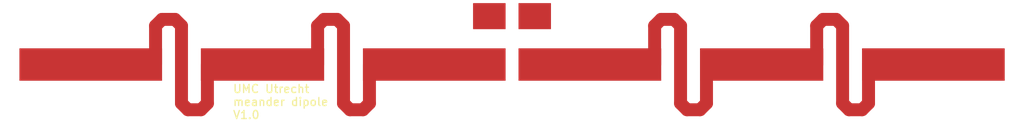
<source format=kicad_pcb>
(kicad_pcb (version 20171130) (host pcbnew "(5.1.4)-1")

  (general
    (thickness 1.6)
    (drawings 25)
    (tracks 100)
    (zones 0)
    (modules 8)
    (nets 1)
  )

  (page A3)
  (layers
    (0 F.Cu signal)
    (31 B.Cu signal)
    (32 B.Adhes user)
    (33 F.Adhes user)
    (34 B.Paste user)
    (35 F.Paste user)
    (36 B.SilkS user)
    (37 F.SilkS user)
    (38 B.Mask user)
    (39 F.Mask user)
    (40 Dwgs.User user)
    (41 Cmts.User user)
    (42 Eco1.User user)
    (43 Eco2.User user)
    (44 Edge.Cuts user)
  )

  (setup
    (last_trace_width 0.25)
    (trace_clearance 0.2)
    (zone_clearance 0.508)
    (zone_45_only no)
    (trace_min 0.2)
    (via_size 0.8)
    (via_drill 0.4)
    (via_min_size 0.4)
    (via_min_drill 0.3)
    (uvia_size 0.3)
    (uvia_drill 0.1)
    (uvias_allowed no)
    (uvia_min_size 0.2)
    (uvia_min_drill 0.1)
    (edge_width 0.05)
    (segment_width 0.2)
    (pcb_text_width 0.3)
    (pcb_text_size 1.5 1.5)
    (mod_edge_width 0.12)
    (mod_text_size 1 1)
    (mod_text_width 0.15)
    (pad_size 1.524 1.524)
    (pad_drill 0.762)
    (pad_to_mask_clearance 0.051)
    (solder_mask_min_width 0.25)
    (aux_axis_origin 0 0)
    (grid_origin 55.4616 131.003)
    (visible_elements 7FFFFFFF)
    (pcbplotparams
      (layerselection 0x010fc_ffffffff)
      (usegerberextensions true)
      (usegerberattributes false)
      (usegerberadvancedattributes false)
      (creategerberjobfile false)
      (excludeedgelayer true)
      (linewidth 0.100000)
      (plotframeref false)
      (viasonmask true)
      (mode 1)
      (useauxorigin false)
      (hpglpennumber 1)
      (hpglpenspeed 20)
      (hpglpendiameter 15.000000)
      (psnegative false)
      (psa4output false)
      (plotreference true)
      (plotvalue true)
      (plotinvisibletext false)
      (padsonsilk false)
      (subtractmaskfromsilk false)
      (outputformat 1)
      (mirror false)
      (drillshape 0)
      (scaleselection 1)
      (outputdirectory "Gerber/"))
  )

  (net 0 "")

  (net_class Default "This is the default net class."
    (clearance 0.2)
    (trace_width 0.25)
    (via_dia 0.8)
    (via_drill 0.4)
    (uvia_dia 0.3)
    (uvia_drill 0.1)
  )

  (module MountingHole:MountingHole_3.2mm_M3 (layer F.Cu) (tedit 56D1B4CB) (tstamp 5DDC26F7)
    (at 349.4616 139.003)
    (descr "Mounting Hole 3.2mm, no annular, M3")
    (tags "mounting hole 3.2mm no annular m3")
    (attr virtual)
    (fp_text reference REF** (at 0 -4.2) (layer F.SilkS) hide
      (effects (font (size 1 1) (thickness 0.15)))
    )
    (fp_text value MountingHole_3.2mm_M3 (at 0 4.2) (layer F.Fab)
      (effects (font (size 1 1) (thickness 0.15)))
    )
    (fp_circle (center 0 0) (end 3.45 0) (layer F.CrtYd) (width 0.05))
    (fp_circle (center 0 0) (end 3.2 0) (layer Cmts.User) (width 0.15))
    (fp_text user %R (at 0.3 0) (layer F.Fab)
      (effects (font (size 1 1) (thickness 0.15)))
    )
    (pad 1 np_thru_hole circle (at 0 0) (size 3.2 3.2) (drill 3.2) (layers *.Cu *.Mask))
  )

  (module MountingHole:MountingHole_3.2mm_M3 (layer F.Cu) (tedit 56D1B4CB) (tstamp 5DDC2705)
    (at 349.4616 163.003)
    (descr "Mounting Hole 3.2mm, no annular, M3")
    (tags "mounting hole 3.2mm no annular m3")
    (attr virtual)
    (fp_text reference REF** (at 0 -4.2) (layer F.SilkS) hide
      (effects (font (size 1 1) (thickness 0.15)))
    )
    (fp_text value MountingHole_3.2mm_M3 (at 0 4.2) (layer F.Fab)
      (effects (font (size 1 1) (thickness 0.15)))
    )
    (fp_text user %R (at 0.3 0) (layer F.Fab)
      (effects (font (size 1 1) (thickness 0.15)))
    )
    (fp_circle (center 0 0) (end 3.2 0) (layer Cmts.User) (width 0.15))
    (fp_circle (center 0 0) (end 3.45 0) (layer F.CrtYd) (width 0.05))
    (pad 1 np_thru_hole circle (at 0 0) (size 3.2 3.2) (drill 3.2) (layers *.Cu *.Mask))
  )

  (module MountingHole:MountingHole_3.2mm_M3 (layer F.Cu) (tedit 56D1B4CB) (tstamp 5DDC26E9)
    (at 195.4616 139.003)
    (descr "Mounting Hole 3.2mm, no annular, M3")
    (tags "mounting hole 3.2mm no annular m3")
    (attr virtual)
    (fp_text reference REF** (at 0 -4.2) (layer F.SilkS) hide
      (effects (font (size 1 1) (thickness 0.15)))
    )
    (fp_text value MountingHole_3.2mm_M3 (at 0 4.2) (layer F.Fab)
      (effects (font (size 1 1) (thickness 0.15)))
    )
    (fp_text user %R (at 0.3 0) (layer F.Fab)
      (effects (font (size 1 1) (thickness 0.15)))
    )
    (fp_circle (center 0 0) (end 3.2 0) (layer Cmts.User) (width 0.15))
    (fp_circle (center 0 0) (end 3.45 0) (layer F.CrtYd) (width 0.05))
    (pad 1 np_thru_hole circle (at 0 0) (size 3.2 3.2) (drill 3.2) (layers *.Cu *.Mask))
  )

  (module MountingHole:MountingHole_3.2mm_M3 (layer F.Cu) (tedit 56D1B4CB) (tstamp 5DDC26DB)
    (at 231.4616 139.003)
    (descr "Mounting Hole 3.2mm, no annular, M3")
    (tags "mounting hole 3.2mm no annular m3")
    (attr virtual)
    (fp_text reference REF** (at 0 -4.2) (layer F.SilkS) hide
      (effects (font (size 1 1) (thickness 0.15)))
    )
    (fp_text value MountingHole_3.2mm_M3 (at 0 4.2) (layer F.Fab)
      (effects (font (size 1 1) (thickness 0.15)))
    )
    (fp_circle (center 0 0) (end 3.45 0) (layer F.CrtYd) (width 0.05))
    (fp_circle (center 0 0) (end 3.2 0) (layer Cmts.User) (width 0.15))
    (fp_text user %R (at 0.3 0) (layer F.Fab)
      (effects (font (size 1 1) (thickness 0.15)))
    )
    (pad 1 np_thru_hole circle (at 0 0) (size 3.2 3.2) (drill 3.2) (layers *.Cu *.Mask))
  )

  (module MountingHole:MountingHole_3.2mm_M3 (layer F.Cu) (tedit 56D1B4CB) (tstamp 5DDC26CD)
    (at 231.4661 163.003)
    (descr "Mounting Hole 3.2mm, no annular, M3")
    (tags "mounting hole 3.2mm no annular m3")
    (attr virtual)
    (fp_text reference REF** (at 0 -4.2) (layer F.SilkS) hide
      (effects (font (size 1 1) (thickness 0.15)))
    )
    (fp_text value MountingHole_3.2mm_M3 (at 0 4.2) (layer F.Fab)
      (effects (font (size 1 1) (thickness 0.15)))
    )
    (fp_text user %R (at 0.3 0) (layer F.Fab)
      (effects (font (size 1 1) (thickness 0.15)))
    )
    (fp_circle (center 0 0) (end 3.2 0) (layer Cmts.User) (width 0.15))
    (fp_circle (center 0 0) (end 3.45 0) (layer F.CrtYd) (width 0.05))
    (pad 1 np_thru_hole circle (at 0 0) (size 3.2 3.2) (drill 3.2) (layers *.Cu *.Mask))
  )

  (module MountingHole:MountingHole_3.2mm_M3 (layer F.Cu) (tedit 56D1B4CB) (tstamp 5DDC26BF)
    (at 195.4616 163.003)
    (descr "Mounting Hole 3.2mm, no annular, M3")
    (tags "mounting hole 3.2mm no annular m3")
    (attr virtual)
    (fp_text reference REF** (at 0 -4.2) (layer F.SilkS) hide
      (effects (font (size 1 1) (thickness 0.15)))
    )
    (fp_text value MountingHole_3.2mm_M3 (at 0 4.2) (layer F.Fab)
      (effects (font (size 1 1) (thickness 0.15)))
    )
    (fp_circle (center 0 0) (end 3.45 0) (layer F.CrtYd) (width 0.05))
    (fp_circle (center 0 0) (end 3.2 0) (layer Cmts.User) (width 0.15))
    (fp_text user %R (at 0.3 0) (layer F.Fab)
      (effects (font (size 1 1) (thickness 0.15)))
    )
    (pad 1 np_thru_hole circle (at 0 0) (size 3.2 3.2) (drill 3.2) (layers *.Cu *.Mask))
  )

  (module MountingHole:MountingHole_3.2mm_M3 (layer F.Cu) (tedit 56D1B4CB) (tstamp 5DDC26A2)
    (at 77.4616 163.003)
    (descr "Mounting Hole 3.2mm, no annular, M3")
    (tags "mounting hole 3.2mm no annular m3")
    (attr virtual)
    (fp_text reference REF** (at 0 -4.2) (layer F.SilkS) hide
      (effects (font (size 1 1) (thickness 0.15)))
    )
    (fp_text value MountingHole_3.2mm_M3 (at 0 4.2) (layer F.Fab)
      (effects (font (size 1 1) (thickness 0.15)))
    )
    (fp_text user %R (at 0.3 0) (layer F.Fab)
      (effects (font (size 1 1) (thickness 0.15)))
    )
    (fp_circle (center 0 0) (end 3.2 0) (layer Cmts.User) (width 0.15))
    (fp_circle (center 0 0) (end 3.45 0) (layer F.CrtYd) (width 0.05))
    (pad 1 np_thru_hole circle (at 0 0) (size 3.2 3.2) (drill 3.2) (layers *.Cu *.Mask))
  )

  (module MountingHole:MountingHole_3.2mm_M3 (layer F.Cu) (tedit 56D1B4CB) (tstamp 5DDC2651)
    (at 77.4616 139.003)
    (descr "Mounting Hole 3.2mm, no annular, M3")
    (tags "mounting hole 3.2mm no annular m3")
    (attr virtual)
    (fp_text reference REF** (at 0 -4.2) (layer F.SilkS) hide
      (effects (font (size 1 1) (thickness 0.15)))
    )
    (fp_text value MountingHole_3.2mm_M3 (at 0 4.2) (layer F.Fab)
      (effects (font (size 1 1) (thickness 0.15)))
    )
    (fp_circle (center 0 0) (end 3.45 0) (layer F.CrtYd) (width 0.05))
    (fp_circle (center 0 0) (end 3.2 0) (layer Cmts.User) (width 0.15))
    (fp_text user %R (at 0.3 0) (layer F.Fab)
      (effects (font (size 1 1) (thickness 0.15)))
    )
    (pad 1 np_thru_hole circle (at 0 0) (size 3.2 3.2) (drill 3.2) (layers *.Cu *.Mask))
  )

  (gr_text "UMC Utrecht\nmeander dipole\nV1.0" (at 127.1524 162.56) (layer F.SilkS)
    (effects (font (size 2.5 2.5) (thickness 0.4)) (justify left))
  )
  (gr_line (start 55.4616 171.003) (end 371.4616 171.003) (layer Edge.Cuts) (width 0.001))
  (gr_line (start 371.4616 171.003) (end 371.4616 131.003) (layer Edge.Cuts) (width 0.001))
  (gr_line (start 371.4616 131.003) (end 55.4616 131.003) (layer Edge.Cuts) (width 0.001))
  (gr_line (start 55.4616 131.003) (end 55.4616 171.003) (layer Edge.Cuts) (width 0.001))
  (gr_poly (pts (xy 201.4616 140.003) (xy 201.4616 132.003) (xy 211.4616 132.003) (xy 211.4616 140.003)) (layer F.Mask) (width 0))
  (gr_poly (pts (xy 215.4616 140.003) (xy 215.4616 132.003) (xy 225.4616 132.003) (xy 225.4616 140.003)) (layer F.Mask) (width 0))
  (gr_poly (pts (xy 201.4616 151.003) (xy 201.4616 146.003) (xy 211.4616 146.003) (xy 211.4616 151.003)) (layer F.Mask) (width 0))
  (gr_poly (pts (xy 215.4616 151.003) (xy 215.4616 146.003) (xy 225.4616 146.003) (xy 225.4616 151.003)) (layer F.Mask) (width 0))
  (gr_poly (pts (xy 61.4616 146.003) (xy 61.4616 156.003) (xy 105.4616 156.003) (xy 105.4616 146.003)) (layer F.Cu) (width 0))
  (gr_poly (pts (xy 167.4616 146.003) (xy 167.4616 156.003) (xy 211.4616 156.003) (xy 211.4616 146.003)) (layer F.Cu) (width 0))
  (gr_poly (pts (xy 215.4616 146.003) (xy 215.4616 156.003) (xy 259.4616 156.003) (xy 259.4616 146.003)) (layer F.Cu) (width 0))
  (gr_poly (pts (xy 321.4616 146.003) (xy 321.4616 156.003) (xy 365.4616 156.003) (xy 365.4616 146.003)) (layer F.Cu) (width 0))
  (gr_poly (pts (xy 117.4616 146.003) (xy 117.4616 156.003) (xy 155.4616 156.003) (xy 155.4616 146.003)) (layer F.Cu) (width 0))
  (gr_poly (pts (xy 271.4616 146.003) (xy 271.4616 156.003) (xy 309.4616 156.003) (xy 309.4616 146.003)) (layer F.Cu) (width 0))
  (gr_poly (pts (xy 211.4616 140.003) (xy 211.4616 132.003) (xy 201.4616 132.003) (xy 201.4616 140.003)) (layer F.Cu) (width 0))
  (gr_poly (pts (xy 225.4616 140.003) (xy 225.4616 132.003) (xy 215.4616 132.003) (xy 215.4616 140.003)) (layer F.Cu) (width 0))
  (gr_poly (pts (xy 61.4616 146.003) (xy 61.4616 156.003) (xy 105.4616 156.003) (xy 105.4616 146.003)) (layer F.Cu) (width 0))
  (gr_poly (pts (xy 117.4616 146.003) (xy 117.4616 156.003) (xy 155.4616 156.003) (xy 155.4616 146.003)) (layer F.Cu) (width 0))
  (gr_poly (pts (xy 167.4616 146.003) (xy 167.4616 156.003) (xy 211.4616 156.003) (xy 211.4616 146.003)) (layer F.Cu) (width 0))
  (gr_poly (pts (xy 215.4616 146.003) (xy 215.4616 156.003) (xy 259.4616 156.003) (xy 259.4616 146.003)) (layer F.Cu) (width 0))
  (gr_poly (pts (xy 271.4616 146.003) (xy 271.4616 156.003) (xy 309.4616 156.003) (xy 309.4616 146.003)) (layer F.Cu) (width 0))
  (gr_poly (pts (xy 321.4616 146.003) (xy 321.4616 156.003) (xy 365.4616 156.003) (xy 365.4616 146.003)) (layer F.Cu) (width 0))
  (gr_poly (pts (xy 211.4616 140.003) (xy 211.4616 132.003) (xy 201.4616 132.003) (xy 201.4616 140.003)) (layer F.Cu) (width 0))
  (gr_poly (pts (xy 225.4616 140.003) (xy 225.4616 132.003) (xy 215.4616 132.003) (xy 215.4616 140.003)) (layer F.Cu) (width 0))

  (segment (start 61.4616 146.003) (end 61.4616 156.003) (width 0.001) (layer F.Cu) (net 0))
  (segment (start 61.4616 156.003) (end 105.4616 156.003) (width 0.001) (layer F.Cu) (net 0))
  (segment (start 105.4616 156.003) (end 105.4616 146.003) (width 0.001) (layer F.Cu) (net 0))
  (segment (start 105.4616 146.003) (end 61.4616 146.003) (width 0.001) (layer F.Cu) (net 0))
  (segment (start 117.4616 146.003) (end 117.4616 156.003) (width 0.001) (layer F.Cu) (net 0))
  (segment (start 117.4616 156.003) (end 155.4616 156.003) (width 0.001) (layer F.Cu) (net 0))
  (segment (start 155.4616 156.003) (end 155.4616 146.003) (width 0.001) (layer F.Cu) (net 0))
  (segment (start 155.4616 146.003) (end 117.4616 146.003) (width 0.001) (layer F.Cu) (net 0))
  (segment (start 167.4616 146.003) (end 167.4616 156.003) (width 0.001) (layer F.Cu) (net 0))
  (segment (start 167.4616 156.003) (end 211.4616 156.003) (width 0.001) (layer F.Cu) (net 0))
  (segment (start 211.4616 156.003) (end 211.4616 146.003) (width 0.001) (layer F.Cu) (net 0))
  (segment (start 211.4616 146.003) (end 167.4616 146.003) (width 0.001) (layer F.Cu) (net 0))
  (segment (start 215.4616 146.003) (end 215.4616 156.003) (width 0.001) (layer F.Cu) (net 0))
  (segment (start 215.4616 156.003) (end 259.4616 156.003) (width 0.001) (layer F.Cu) (net 0))
  (segment (start 259.4616 156.003) (end 259.4616 146.003) (width 0.001) (layer F.Cu) (net 0))
  (segment (start 259.4616 146.003) (end 215.4616 146.003) (width 0.001) (layer F.Cu) (net 0))
  (segment (start 271.4616 146.003) (end 271.4616 156.003) (width 0.001) (layer F.Cu) (net 0))
  (segment (start 271.4616 156.003) (end 309.4616 156.003) (width 0.001) (layer F.Cu) (net 0))
  (segment (start 309.4616 156.003) (end 309.4616 146.003) (width 0.001) (layer F.Cu) (net 0))
  (segment (start 309.4616 146.003) (end 271.4616 146.003) (width 0.001) (layer F.Cu) (net 0))
  (segment (start 321.4616 146.003) (end 321.4616 156.003) (width 0.001) (layer F.Cu) (net 0))
  (segment (start 321.4616 156.003) (end 365.4616 156.003) (width 0.001) (layer F.Cu) (net 0))
  (segment (start 365.4616 156.003) (end 365.4616 146.003) (width 0.001) (layer F.Cu) (net 0))
  (segment (start 365.4616 146.003) (end 321.4616 146.003) (width 0.001) (layer F.Cu) (net 0))
  (segment (start 211.4616 140.003) (end 211.4616 132.003) (width 0.001) (layer F.Cu) (net 0))
  (segment (start 211.4616 132.003) (end 201.4616 132.003) (width 0.001) (layer F.Cu) (net 0))
  (segment (start 201.4616 132.003) (end 201.4616 140.003) (width 0.001) (layer F.Cu) (net 0))
  (segment (start 201.4616 140.003) (end 211.4616 140.003) (width 0.001) (layer F.Cu) (net 0))
  (segment (start 225.4616 140.003) (end 225.4616 132.003) (width 0.001) (layer F.Cu) (net 0))
  (segment (start 225.4616 132.003) (end 215.4616 132.003) (width 0.001) (layer F.Cu) (net 0))
  (segment (start 215.4616 132.003) (end 215.4616 140.003) (width 0.001) (layer F.Cu) (net 0))
  (segment (start 215.4616 140.003) (end 225.4616 140.003) (width 0.001) (layer F.Cu) (net 0))
  (segment (start 61.4616 146.003) (end 61.4616 156.003) (width 0.001) (layer F.Cu) (net 0))
  (segment (start 61.4616 156.003) (end 105.4616 156.003) (width 0.001) (layer F.Cu) (net 0))
  (segment (start 105.4616 156.003) (end 105.4616 146.003) (width 0.001) (layer F.Cu) (net 0))
  (segment (start 105.4616 146.003) (end 61.4616 146.003) (width 0.001) (layer F.Cu) (net 0))
  (segment (start 117.4616 146.003) (end 117.4616 156.003) (width 0.001) (layer F.Cu) (net 0))
  (segment (start 117.4616 156.003) (end 155.4616 156.003) (width 0.001) (layer F.Cu) (net 0))
  (segment (start 155.4616 156.003) (end 155.4616 146.003) (width 0.001) (layer F.Cu) (net 0))
  (segment (start 155.4616 146.003) (end 117.4616 146.003) (width 0.001) (layer F.Cu) (net 0))
  (segment (start 167.4616 146.003) (end 167.4616 156.003) (width 0.001) (layer F.Cu) (net 0))
  (segment (start 167.4616 156.003) (end 211.4616 156.003) (width 0.001) (layer F.Cu) (net 0))
  (segment (start 211.4616 156.003) (end 211.4616 146.003) (width 0.001) (layer F.Cu) (net 0))
  (segment (start 211.4616 146.003) (end 167.4616 146.003) (width 0.001) (layer F.Cu) (net 0))
  (segment (start 215.4616 146.003) (end 215.4616 156.003) (width 0.001) (layer F.Cu) (net 0))
  (segment (start 215.4616 156.003) (end 259.4616 156.003) (width 0.001) (layer F.Cu) (net 0))
  (segment (start 259.4616 156.003) (end 259.4616 146.003) (width 0.001) (layer F.Cu) (net 0))
  (segment (start 259.4616 146.003) (end 215.4616 146.003) (width 0.001) (layer F.Cu) (net 0))
  (segment (start 271.4616 146.003) (end 271.4616 156.003) (width 0.001) (layer F.Cu) (net 0))
  (segment (start 271.4616 156.003) (end 309.4616 156.003) (width 0.001) (layer F.Cu) (net 0))
  (segment (start 309.4616 156.003) (end 309.4616 146.003) (width 0.001) (layer F.Cu) (net 0))
  (segment (start 309.4616 146.003) (end 271.4616 146.003) (width 0.001) (layer F.Cu) (net 0))
  (segment (start 321.4616 146.003) (end 321.4616 156.003) (width 0.001) (layer F.Cu) (net 0))
  (segment (start 321.4616 156.003) (end 365.4616 156.003) (width 0.001) (layer F.Cu) (net 0))
  (segment (start 365.4616 156.003) (end 365.4616 146.003) (width 0.001) (layer F.Cu) (net 0))
  (segment (start 365.4616 146.003) (end 321.4616 146.003) (width 0.001) (layer F.Cu) (net 0))
  (segment (start 211.4616 140.003) (end 211.4616 132.003) (width 0.001) (layer F.Cu) (net 0))
  (segment (start 211.4616 132.003) (end 201.4616 132.003) (width 0.001) (layer F.Cu) (net 0))
  (segment (start 201.4616 132.003) (end 201.4616 140.003) (width 0.001) (layer F.Cu) (net 0))
  (segment (start 201.4616 140.003) (end 211.4616 140.003) (width 0.001) (layer F.Cu) (net 0))
  (segment (start 225.4616 140.003) (end 225.4616 132.003) (width 0.001) (layer F.Cu) (net 0))
  (segment (start 225.4616 132.003) (end 215.4616 132.003) (width 0.001) (layer F.Cu) (net 0))
  (segment (start 215.4616 132.003) (end 215.4616 140.003) (width 0.001) (layer F.Cu) (net 0))
  (segment (start 215.4616 140.003) (end 225.4616 140.003) (width 0.001) (layer F.Cu) (net 0))
  (segment (start 111.4616 163.003) (end 113.4616 165.003) (width 4) (layer F.Cu) (net 0))
  (segment (start 113.4616 165.003) (end 117.4616 165.003) (width 4) (layer F.Cu) (net 0))
  (segment (start 117.4616 165.003) (end 119.4616 163.003) (width 4) (layer F.Cu) (net 0))
  (segment (start 161.4616 163.003) (end 163.4616 165.003) (width 4) (layer F.Cu) (net 0))
  (segment (start 163.4616 165.003) (end 167.4616 165.003) (width 4) (layer F.Cu) (net 0))
  (segment (start 167.4616 165.003) (end 169.4616 163.003) (width 4) (layer F.Cu) (net 0))
  (segment (start 111.4616 139.003) (end 111.4616 163.003) (width 4) (layer F.Cu) (net 0))
  (segment (start 119.4616 163.003) (end 119.4616 151.003) (width 4) (layer F.Cu) (net 0))
  (segment (start 161.4616 139.003) (end 161.4616 163.003) (width 4) (layer F.Cu) (net 0))
  (segment (start 169.4616 163.003) (end 169.4616 151.003) (width 4) (layer F.Cu) (net 0))
  (segment (start 103.4616 151.003) (end 103.4616 139.003) (width 4) (layer F.Cu) (net 0))
  (segment (start 153.4616 151.003) (end 153.4616 139.003) (width 4) (layer F.Cu) (net 0))
  (segment (start 103.4616 139.003) (end 105.4616 137.003) (width 4) (layer F.Cu) (net 0))
  (segment (start 109.4616 137.003) (end 111.4616 139.003) (width 4) (layer F.Cu) (net 0))
  (segment (start 153.4616 139.003) (end 155.4616 137.003) (width 4) (layer F.Cu) (net 0))
  (segment (start 159.4616 137.003) (end 161.4616 139.003) (width 4) (layer F.Cu) (net 0))
  (segment (start 105.4616 137.003) (end 109.4616 137.003) (width 4) (layer F.Cu) (net 0))
  (segment (start 155.4616 137.003) (end 159.4616 137.003) (width 4) (layer F.Cu) (net 0))
  (segment (start 265.4616 163.003) (end 267.4616 165.003) (width 4) (layer F.Cu) (net 0))
  (segment (start 267.4616 165.003) (end 271.4616 165.003) (width 4) (layer F.Cu) (net 0))
  (segment (start 271.4616 165.003) (end 273.4616 163.003) (width 4) (layer F.Cu) (net 0))
  (segment (start 315.4616 163.003) (end 317.4616 165.003) (width 4) (layer F.Cu) (net 0))
  (segment (start 317.4616 165.003) (end 321.4616 165.003) (width 4) (layer F.Cu) (net 0))
  (segment (start 321.4616 165.003) (end 323.4616 163.003) (width 4) (layer F.Cu) (net 0))
  (segment (start 265.4616 139.003) (end 265.4616 163.003) (width 4) (layer F.Cu) (net 0))
  (segment (start 273.4616 163.003) (end 273.4616 151.003) (width 4) (layer F.Cu) (net 0))
  (segment (start 315.4616 139.003) (end 315.4616 163.003) (width 4) (layer F.Cu) (net 0))
  (segment (start 323.4616 163.003) (end 323.4616 151.003) (width 4) (layer F.Cu) (net 0))
  (segment (start 257.4616 151.003) (end 257.4616 139.003) (width 4) (layer F.Cu) (net 0))
  (segment (start 307.4616 151.003) (end 307.4616 139.003) (width 4) (layer F.Cu) (net 0))
  (segment (start 257.4616 139.003) (end 259.4616 137.003) (width 4) (layer F.Cu) (net 0))
  (segment (start 263.4616 137.003) (end 265.4616 139.003) (width 4) (layer F.Cu) (net 0))
  (segment (start 307.4616 139.003) (end 309.4616 137.003) (width 4) (layer F.Cu) (net 0))
  (segment (start 313.4616 137.003) (end 315.4616 139.003) (width 4) (layer F.Cu) (net 0))
  (segment (start 259.4616 137.003) (end 263.4616 137.003) (width 4) (layer F.Cu) (net 0))
  (segment (start 309.4616 137.003) (end 313.4616 137.003) (width 4) (layer F.Cu) (net 0))

)

</source>
